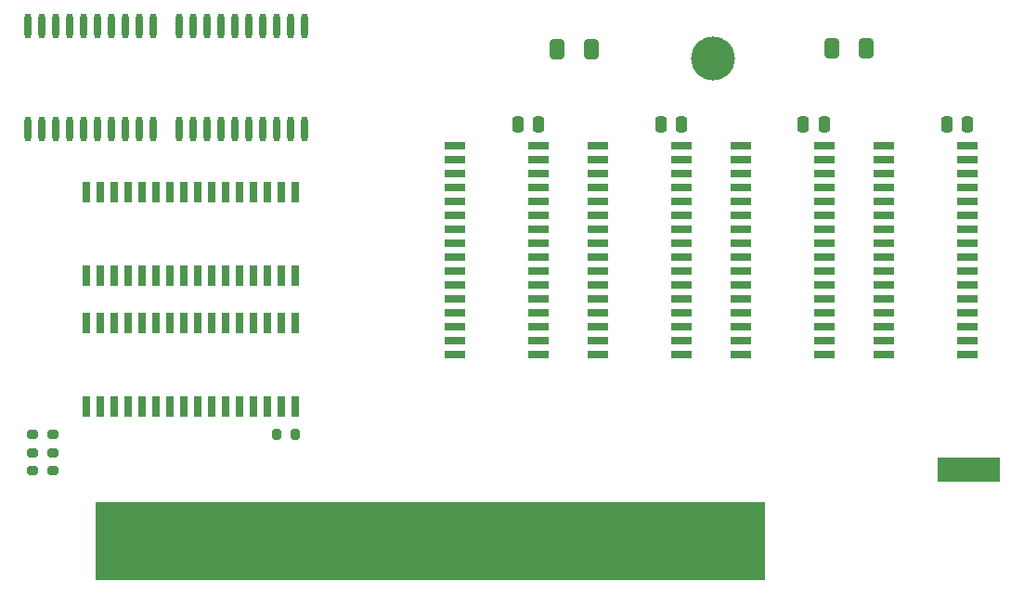
<source format=gbr>
%TF.GenerationSoftware,KiCad,Pcbnew,8.0.4*%
%TF.CreationDate,2024-08-31T23:01:07+02:00*%
%TF.ProjectId,sram,7372616d-2e6b-4696-9361-645f70636258,rev?*%
%TF.SameCoordinates,Original*%
%TF.FileFunction,Soldermask,Top*%
%TF.FilePolarity,Negative*%
%FSLAX46Y46*%
G04 Gerber Fmt 4.6, Leading zero omitted, Abs format (unit mm)*
G04 Created by KiCad (PCBNEW 8.0.4) date 2024-08-31 23:01:07*
%MOMM*%
%LPD*%
G01*
G04 APERTURE LIST*
G04 Aperture macros list*
%AMRoundRect*
0 Rectangle with rounded corners*
0 $1 Rounding radius*
0 $2 $3 $4 $5 $6 $7 $8 $9 X,Y pos of 4 corners*
0 Add a 4 corners polygon primitive as box body*
4,1,4,$2,$3,$4,$5,$6,$7,$8,$9,$2,$3,0*
0 Add four circle primitives for the rounded corners*
1,1,$1+$1,$2,$3*
1,1,$1+$1,$4,$5*
1,1,$1+$1,$6,$7*
1,1,$1+$1,$8,$9*
0 Add four rect primitives between the rounded corners*
20,1,$1+$1,$2,$3,$4,$5,0*
20,1,$1+$1,$4,$5,$6,$7,0*
20,1,$1+$1,$6,$7,$8,$9,0*
20,1,$1+$1,$8,$9,$2,$3,0*%
G04 Aperture macros list end*
%ADD10C,0.100000*%
%ADD11RoundRect,0.200000X0.275000X-0.200000X0.275000X0.200000X-0.275000X0.200000X-0.275000X-0.200000X0*%
%ADD12RoundRect,0.200000X-0.200000X-0.275000X0.200000X-0.275000X0.200000X0.275000X-0.200000X0.275000X0*%
%ADD13O,0.600000X2.300000*%
%ADD14RoundRect,0.250000X0.250000X0.475000X-0.250000X0.475000X-0.250000X-0.475000X0.250000X-0.475000X0*%
%ADD15R,1.900000X0.700000*%
%ADD16RoundRect,0.250000X0.412500X0.650000X-0.412500X0.650000X-0.412500X-0.650000X0.412500X-0.650000X0*%
%ADD17R,0.700000X1.900000*%
%ADD18C,4.000000*%
G04 APERTURE END LIST*
D10*
X223974066Y-100905195D02*
X229618859Y-100905195D01*
X229618859Y-103084717D01*
X223974066Y-103084717D01*
X223974066Y-100905195D01*
G36*
X223974066Y-100905195D02*
G01*
X229618859Y-100905195D01*
X229618859Y-103084717D01*
X223974066Y-103084717D01*
X223974066Y-100905195D01*
G37*
%TO.C,J1*%
X147236262Y-105030444D02*
X208200000Y-105030444D01*
X208200000Y-112040812D01*
X147236262Y-112040812D01*
X147236262Y-105030444D01*
G36*
X147236262Y-105030444D02*
G01*
X208200000Y-105030444D01*
X208200000Y-112040812D01*
X147236262Y-112040812D01*
X147236262Y-105030444D01*
G37*
%TD*%
D11*
%TO.C,R5*%
X141470000Y-98830000D03*
X141470000Y-100480000D03*
%TD*%
%TO.C,R4*%
X143340000Y-100480000D03*
X143340000Y-98830000D03*
%TD*%
%TO.C,R3*%
X141470000Y-102130000D03*
X141470000Y-100480000D03*
%TD*%
%TO.C,R2*%
X143340000Y-100480000D03*
X143340000Y-102130000D03*
%TD*%
D12*
%TO.C,R1*%
X163755000Y-98790000D03*
X165405000Y-98790000D03*
%TD*%
D13*
%TO.C,U12*%
X166260343Y-61600721D03*
X164990343Y-61600721D03*
X163720343Y-61600721D03*
X162450343Y-61600721D03*
X161170343Y-61600721D03*
X159910343Y-61600721D03*
X158640343Y-61600721D03*
X157370343Y-61600721D03*
X156100343Y-61600721D03*
X154830343Y-61600721D03*
X166260343Y-71000721D03*
X164990343Y-71000721D03*
X163720343Y-71000721D03*
X162450343Y-71000721D03*
X161170343Y-71000721D03*
X159910343Y-71000721D03*
X158640343Y-71000721D03*
X157370343Y-71000721D03*
X156100343Y-71000721D03*
X154830343Y-71000721D03*
%TD*%
D14*
%TO.C,C3*%
X224850000Y-70530000D03*
X226750000Y-70530000D03*
%TD*%
D15*
%TO.C,U3*%
X200653332Y-72517500D03*
X200653332Y-73787500D03*
X200653332Y-75057500D03*
X200653332Y-76317500D03*
X200653332Y-77597500D03*
X200653332Y-78867500D03*
X200653332Y-80127500D03*
X200653332Y-81397500D03*
X200653332Y-82677500D03*
X200653332Y-83947500D03*
X200653332Y-85207500D03*
X200653332Y-86487500D03*
X200653332Y-87757500D03*
X200653332Y-89017500D03*
X200653332Y-90287500D03*
X200653332Y-91567500D03*
X193053332Y-91567500D03*
X193053332Y-90287500D03*
X193053332Y-89017500D03*
X193053332Y-87757500D03*
X193053332Y-86487500D03*
X193053332Y-85207500D03*
X193053332Y-83947500D03*
X193053332Y-82677500D03*
X193053332Y-81397500D03*
X193053332Y-80127500D03*
X193053332Y-78867500D03*
X193053332Y-77597500D03*
X193053332Y-76317500D03*
X193053332Y-75057500D03*
X193053332Y-73787500D03*
X193053332Y-72517500D03*
%TD*%
%TO.C,U1*%
X226720000Y-72517500D03*
X226720000Y-73787500D03*
X226720000Y-75057500D03*
X226720000Y-76317500D03*
X226720000Y-77597500D03*
X226720000Y-78867500D03*
X226720000Y-80127500D03*
X226720000Y-81397500D03*
X226720000Y-82677500D03*
X226720000Y-83947500D03*
X226720000Y-85207500D03*
X226720000Y-86487500D03*
X226720000Y-87757500D03*
X226720000Y-89017500D03*
X226720000Y-90287500D03*
X226720000Y-91567500D03*
X219120000Y-91567500D03*
X219120000Y-90287500D03*
X219120000Y-89017500D03*
X219120000Y-87757500D03*
X219120000Y-86487500D03*
X219120000Y-85207500D03*
X219120000Y-83947500D03*
X219120000Y-82677500D03*
X219120000Y-81397500D03*
X219120000Y-80127500D03*
X219120000Y-78867500D03*
X219120000Y-77597500D03*
X219120000Y-76317500D03*
X219120000Y-75057500D03*
X219120000Y-73787500D03*
X219120000Y-72517500D03*
%TD*%
D14*
%TO.C,C5*%
X185730000Y-70530000D03*
X187630000Y-70530000D03*
%TD*%
%TO.C,C4*%
X198780000Y-70530000D03*
X200680000Y-70530000D03*
%TD*%
D16*
%TO.C,C1*%
X214337500Y-63590000D03*
X217462500Y-63590000D03*
%TD*%
D17*
%TO.C,U9*%
X146340000Y-96290000D03*
X147610000Y-96290000D03*
X148880000Y-96290000D03*
X150140000Y-96290000D03*
X151420000Y-96290000D03*
X152690000Y-96290000D03*
X153950000Y-96290000D03*
X155220000Y-96290000D03*
X156500000Y-96290000D03*
X157770000Y-96290000D03*
X159030000Y-96290000D03*
X160310000Y-96290000D03*
X161580000Y-96290000D03*
X162840000Y-96290000D03*
X164110000Y-96290000D03*
X165390000Y-96290000D03*
X165390000Y-88690000D03*
X164110000Y-88690000D03*
X162840000Y-88690000D03*
X161580000Y-88690000D03*
X160310000Y-88690000D03*
X159030000Y-88690000D03*
X157770000Y-88690000D03*
X156500000Y-88690000D03*
X155220000Y-88690000D03*
X153950000Y-88690000D03*
X152690000Y-88690000D03*
X151420000Y-88690000D03*
X150140000Y-88690000D03*
X148880000Y-88690000D03*
X147610000Y-88690000D03*
X146340000Y-88690000D03*
%TD*%
D13*
%TO.C,U11*%
X141020343Y-71000721D03*
X142290343Y-71000721D03*
X143560343Y-71000721D03*
X144830343Y-71000721D03*
X146100343Y-71000721D03*
X147360343Y-71000721D03*
X148640343Y-71000721D03*
X149910343Y-71000721D03*
X151180343Y-71000721D03*
X152450343Y-71000721D03*
X152450343Y-61600721D03*
X151180343Y-61600721D03*
X149910343Y-61600721D03*
X148640343Y-61600721D03*
X147360343Y-61600721D03*
X146100343Y-61600721D03*
X144830343Y-61600721D03*
X143560343Y-61600721D03*
X142290343Y-61600721D03*
X141020343Y-61600721D03*
%TD*%
D16*
%TO.C,C2*%
X189327500Y-63720000D03*
X192452500Y-63720000D03*
%TD*%
D15*
%TO.C,U4*%
X187606666Y-72517500D03*
X187606666Y-73787500D03*
X187606666Y-75057500D03*
X187606666Y-76317500D03*
X187606666Y-77597500D03*
X187606666Y-78867500D03*
X187606666Y-80127500D03*
X187606666Y-81397500D03*
X187606666Y-82677500D03*
X187606666Y-83947500D03*
X187606666Y-85207500D03*
X187606666Y-86487500D03*
X187606666Y-87757500D03*
X187606666Y-89017500D03*
X187606666Y-90287500D03*
X187606666Y-91567500D03*
X180006666Y-91567500D03*
X180006666Y-90287500D03*
X180006666Y-89017500D03*
X180006666Y-87757500D03*
X180006666Y-86487500D03*
X180006666Y-85207500D03*
X180006666Y-83947500D03*
X180006666Y-82677500D03*
X180006666Y-81397500D03*
X180006666Y-80127500D03*
X180006666Y-78867500D03*
X180006666Y-77597500D03*
X180006666Y-76317500D03*
X180006666Y-75057500D03*
X180006666Y-73787500D03*
X180006666Y-72517500D03*
%TD*%
D18*
%TO.C,H1*%
X203500000Y-64500000D03*
%TD*%
D15*
%TO.C,U2*%
X213676666Y-72517500D03*
X213676666Y-73787500D03*
X213676666Y-75057500D03*
X213676666Y-76317500D03*
X213676666Y-77597500D03*
X213676666Y-78867500D03*
X213676666Y-80127500D03*
X213676666Y-81397500D03*
X213676666Y-82677500D03*
X213676666Y-83947500D03*
X213676666Y-85207500D03*
X213676666Y-86487500D03*
X213676666Y-87757500D03*
X213676666Y-89017500D03*
X213676666Y-90287500D03*
X213676666Y-91567500D03*
X206076666Y-91567500D03*
X206076666Y-90287500D03*
X206076666Y-89017500D03*
X206076666Y-87757500D03*
X206076666Y-86487500D03*
X206076666Y-85207500D03*
X206076666Y-83947500D03*
X206076666Y-82677500D03*
X206076666Y-81397500D03*
X206076666Y-80127500D03*
X206076666Y-78867500D03*
X206076666Y-77597500D03*
X206076666Y-76317500D03*
X206076666Y-75057500D03*
X206076666Y-73787500D03*
X206076666Y-72517500D03*
%TD*%
D14*
%TO.C,C6*%
X211770000Y-70530000D03*
X213670000Y-70530000D03*
%TD*%
D17*
%TO.C,U10*%
X146370000Y-76760000D03*
X147640000Y-76760000D03*
X148910000Y-76760000D03*
X150170000Y-76760000D03*
X151450000Y-76760000D03*
X152720000Y-76760000D03*
X153980000Y-76760000D03*
X155250000Y-76760000D03*
X156530000Y-76760000D03*
X157800000Y-76760000D03*
X159060000Y-76760000D03*
X160340000Y-76760000D03*
X161610000Y-76760000D03*
X162870000Y-76760000D03*
X164140000Y-76760000D03*
X165420000Y-76760000D03*
X165420000Y-84360000D03*
X164140000Y-84360000D03*
X162870000Y-84360000D03*
X161610000Y-84360000D03*
X160340000Y-84360000D03*
X159060000Y-84360000D03*
X157800000Y-84360000D03*
X146370000Y-84360000D03*
X147640000Y-84360000D03*
X148910000Y-84360000D03*
X150170000Y-84360000D03*
X151450000Y-84360000D03*
X152720000Y-84360000D03*
X153980000Y-84360000D03*
X156530000Y-84360000D03*
X155250000Y-84360000D03*
%TD*%
M02*

</source>
